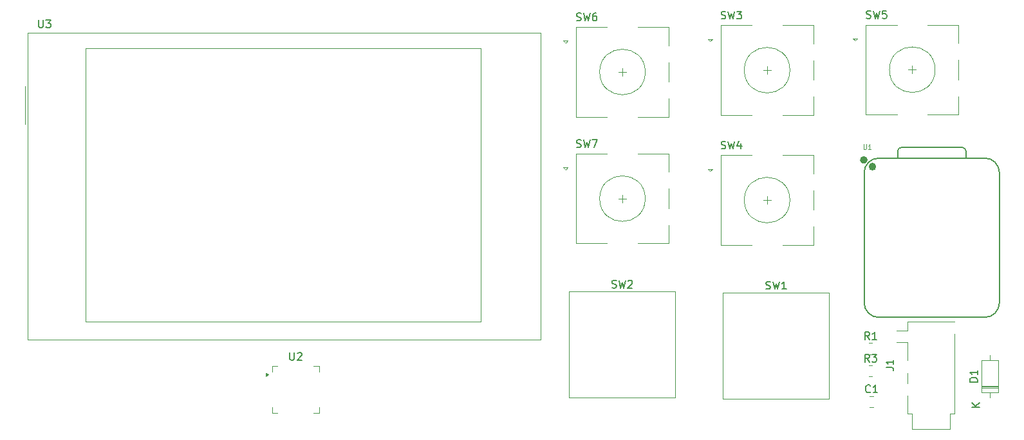
<source format=gbr>
%TF.GenerationSoftware,KiCad,Pcbnew,9.0.6*%
%TF.CreationDate,2026-01-26T19:54:01-03:00*%
%TF.ProjectId,osciloscopio,6f736369-6c6f-4736-936f-70696f2e6b69,rev?*%
%TF.SameCoordinates,Original*%
%TF.FileFunction,Legend,Top*%
%TF.FilePolarity,Positive*%
%FSLAX46Y46*%
G04 Gerber Fmt 4.6, Leading zero omitted, Abs format (unit mm)*
G04 Created by KiCad (PCBNEW 9.0.6) date 2026-01-26 19:54:01*
%MOMM*%
%LPD*%
G01*
G04 APERTURE LIST*
%ADD10C,0.150000*%
%ADD11C,0.101600*%
%ADD12C,0.120000*%
%ADD13C,0.127000*%
%ADD14C,0.100000*%
%ADD15C,0.504000*%
G04 APERTURE END LIST*
D10*
X211736667Y-54879700D02*
X211879524Y-54927319D01*
X211879524Y-54927319D02*
X212117619Y-54927319D01*
X212117619Y-54927319D02*
X212212857Y-54879700D01*
X212212857Y-54879700D02*
X212260476Y-54832080D01*
X212260476Y-54832080D02*
X212308095Y-54736842D01*
X212308095Y-54736842D02*
X212308095Y-54641604D01*
X212308095Y-54641604D02*
X212260476Y-54546366D01*
X212260476Y-54546366D02*
X212212857Y-54498747D01*
X212212857Y-54498747D02*
X212117619Y-54451128D01*
X212117619Y-54451128D02*
X211927143Y-54403509D01*
X211927143Y-54403509D02*
X211831905Y-54355890D01*
X211831905Y-54355890D02*
X211784286Y-54308271D01*
X211784286Y-54308271D02*
X211736667Y-54213033D01*
X211736667Y-54213033D02*
X211736667Y-54117795D01*
X211736667Y-54117795D02*
X211784286Y-54022557D01*
X211784286Y-54022557D02*
X211831905Y-53974938D01*
X211831905Y-53974938D02*
X211927143Y-53927319D01*
X211927143Y-53927319D02*
X212165238Y-53927319D01*
X212165238Y-53927319D02*
X212308095Y-53974938D01*
X212641429Y-53927319D02*
X212879524Y-54927319D01*
X212879524Y-54927319D02*
X213070000Y-54213033D01*
X213070000Y-54213033D02*
X213260476Y-54927319D01*
X213260476Y-54927319D02*
X213498572Y-53927319D01*
X213784286Y-53927319D02*
X214403333Y-53927319D01*
X214403333Y-53927319D02*
X214070000Y-54308271D01*
X214070000Y-54308271D02*
X214212857Y-54308271D01*
X214212857Y-54308271D02*
X214308095Y-54355890D01*
X214308095Y-54355890D02*
X214355714Y-54403509D01*
X214355714Y-54403509D02*
X214403333Y-54498747D01*
X214403333Y-54498747D02*
X214403333Y-54736842D01*
X214403333Y-54736842D02*
X214355714Y-54832080D01*
X214355714Y-54832080D02*
X214308095Y-54879700D01*
X214308095Y-54879700D02*
X214212857Y-54927319D01*
X214212857Y-54927319D02*
X213927143Y-54927319D01*
X213927143Y-54927319D02*
X213831905Y-54879700D01*
X213831905Y-54879700D02*
X213784286Y-54832080D01*
X121953095Y-55074819D02*
X121953095Y-55884342D01*
X121953095Y-55884342D02*
X122000714Y-55979580D01*
X122000714Y-55979580D02*
X122048333Y-56027200D01*
X122048333Y-56027200D02*
X122143571Y-56074819D01*
X122143571Y-56074819D02*
X122334047Y-56074819D01*
X122334047Y-56074819D02*
X122429285Y-56027200D01*
X122429285Y-56027200D02*
X122476904Y-55979580D01*
X122476904Y-55979580D02*
X122524523Y-55884342D01*
X122524523Y-55884342D02*
X122524523Y-55074819D01*
X122905476Y-55074819D02*
X123524523Y-55074819D01*
X123524523Y-55074819D02*
X123191190Y-55455771D01*
X123191190Y-55455771D02*
X123334047Y-55455771D01*
X123334047Y-55455771D02*
X123429285Y-55503390D01*
X123429285Y-55503390D02*
X123476904Y-55551009D01*
X123476904Y-55551009D02*
X123524523Y-55646247D01*
X123524523Y-55646247D02*
X123524523Y-55884342D01*
X123524523Y-55884342D02*
X123476904Y-55979580D01*
X123476904Y-55979580D02*
X123429285Y-56027200D01*
X123429285Y-56027200D02*
X123334047Y-56074819D01*
X123334047Y-56074819D02*
X123048333Y-56074819D01*
X123048333Y-56074819D02*
X122953095Y-56027200D01*
X122953095Y-56027200D02*
X122905476Y-55979580D01*
X154980595Y-98848569D02*
X154980595Y-99658092D01*
X154980595Y-99658092D02*
X155028214Y-99753330D01*
X155028214Y-99753330D02*
X155075833Y-99800950D01*
X155075833Y-99800950D02*
X155171071Y-99848569D01*
X155171071Y-99848569D02*
X155361547Y-99848569D01*
X155361547Y-99848569D02*
X155456785Y-99800950D01*
X155456785Y-99800950D02*
X155504404Y-99753330D01*
X155504404Y-99753330D02*
X155552023Y-99658092D01*
X155552023Y-99658092D02*
X155552023Y-98848569D01*
X155980595Y-98943807D02*
X156028214Y-98896188D01*
X156028214Y-98896188D02*
X156123452Y-98848569D01*
X156123452Y-98848569D02*
X156361547Y-98848569D01*
X156361547Y-98848569D02*
X156456785Y-98896188D01*
X156456785Y-98896188D02*
X156504404Y-98943807D01*
X156504404Y-98943807D02*
X156552023Y-99039045D01*
X156552023Y-99039045D02*
X156552023Y-99134283D01*
X156552023Y-99134283D02*
X156504404Y-99277140D01*
X156504404Y-99277140D02*
X155932976Y-99848569D01*
X155932976Y-99848569D02*
X156552023Y-99848569D01*
D11*
X230446190Y-71443479D02*
X230446190Y-71957526D01*
X230446190Y-71957526D02*
X230476428Y-72018002D01*
X230476428Y-72018002D02*
X230506666Y-72048241D01*
X230506666Y-72048241D02*
X230567142Y-72078479D01*
X230567142Y-72078479D02*
X230688095Y-72078479D01*
X230688095Y-72078479D02*
X230748571Y-72048241D01*
X230748571Y-72048241D02*
X230778809Y-72018002D01*
X230778809Y-72018002D02*
X230809047Y-71957526D01*
X230809047Y-71957526D02*
X230809047Y-71443479D01*
X231444047Y-72078479D02*
X231081190Y-72078479D01*
X231262618Y-72078479D02*
X231262618Y-71443479D01*
X231262618Y-71443479D02*
X231202142Y-71534193D01*
X231202142Y-71534193D02*
X231141666Y-71594669D01*
X231141666Y-71594669D02*
X231081190Y-71624907D01*
D10*
X192705417Y-71788450D02*
X192848274Y-71836069D01*
X192848274Y-71836069D02*
X193086369Y-71836069D01*
X193086369Y-71836069D02*
X193181607Y-71788450D01*
X193181607Y-71788450D02*
X193229226Y-71740830D01*
X193229226Y-71740830D02*
X193276845Y-71645592D01*
X193276845Y-71645592D02*
X193276845Y-71550354D01*
X193276845Y-71550354D02*
X193229226Y-71455116D01*
X193229226Y-71455116D02*
X193181607Y-71407497D01*
X193181607Y-71407497D02*
X193086369Y-71359878D01*
X193086369Y-71359878D02*
X192895893Y-71312259D01*
X192895893Y-71312259D02*
X192800655Y-71264640D01*
X192800655Y-71264640D02*
X192753036Y-71217021D01*
X192753036Y-71217021D02*
X192705417Y-71121783D01*
X192705417Y-71121783D02*
X192705417Y-71026545D01*
X192705417Y-71026545D02*
X192753036Y-70931307D01*
X192753036Y-70931307D02*
X192800655Y-70883688D01*
X192800655Y-70883688D02*
X192895893Y-70836069D01*
X192895893Y-70836069D02*
X193133988Y-70836069D01*
X193133988Y-70836069D02*
X193276845Y-70883688D01*
X193610179Y-70836069D02*
X193848274Y-71836069D01*
X193848274Y-71836069D02*
X194038750Y-71121783D01*
X194038750Y-71121783D02*
X194229226Y-71836069D01*
X194229226Y-71836069D02*
X194467322Y-70836069D01*
X194753036Y-70836069D02*
X195419702Y-70836069D01*
X195419702Y-70836069D02*
X194991131Y-71836069D01*
X192705417Y-55119700D02*
X192848274Y-55167319D01*
X192848274Y-55167319D02*
X193086369Y-55167319D01*
X193086369Y-55167319D02*
X193181607Y-55119700D01*
X193181607Y-55119700D02*
X193229226Y-55072080D01*
X193229226Y-55072080D02*
X193276845Y-54976842D01*
X193276845Y-54976842D02*
X193276845Y-54881604D01*
X193276845Y-54881604D02*
X193229226Y-54786366D01*
X193229226Y-54786366D02*
X193181607Y-54738747D01*
X193181607Y-54738747D02*
X193086369Y-54691128D01*
X193086369Y-54691128D02*
X192895893Y-54643509D01*
X192895893Y-54643509D02*
X192800655Y-54595890D01*
X192800655Y-54595890D02*
X192753036Y-54548271D01*
X192753036Y-54548271D02*
X192705417Y-54453033D01*
X192705417Y-54453033D02*
X192705417Y-54357795D01*
X192705417Y-54357795D02*
X192753036Y-54262557D01*
X192753036Y-54262557D02*
X192800655Y-54214938D01*
X192800655Y-54214938D02*
X192895893Y-54167319D01*
X192895893Y-54167319D02*
X193133988Y-54167319D01*
X193133988Y-54167319D02*
X193276845Y-54214938D01*
X193610179Y-54167319D02*
X193848274Y-55167319D01*
X193848274Y-55167319D02*
X194038750Y-54453033D01*
X194038750Y-54453033D02*
X194229226Y-55167319D01*
X194229226Y-55167319D02*
X194467322Y-54167319D01*
X195276845Y-54167319D02*
X195086369Y-54167319D01*
X195086369Y-54167319D02*
X194991131Y-54214938D01*
X194991131Y-54214938D02*
X194943512Y-54262557D01*
X194943512Y-54262557D02*
X194848274Y-54405414D01*
X194848274Y-54405414D02*
X194800655Y-54595890D01*
X194800655Y-54595890D02*
X194800655Y-54976842D01*
X194800655Y-54976842D02*
X194848274Y-55072080D01*
X194848274Y-55072080D02*
X194895893Y-55119700D01*
X194895893Y-55119700D02*
X194991131Y-55167319D01*
X194991131Y-55167319D02*
X195181607Y-55167319D01*
X195181607Y-55167319D02*
X195276845Y-55119700D01*
X195276845Y-55119700D02*
X195324464Y-55072080D01*
X195324464Y-55072080D02*
X195372083Y-54976842D01*
X195372083Y-54976842D02*
X195372083Y-54738747D01*
X195372083Y-54738747D02*
X195324464Y-54643509D01*
X195324464Y-54643509D02*
X195276845Y-54595890D01*
X195276845Y-54595890D02*
X195181607Y-54548271D01*
X195181607Y-54548271D02*
X194991131Y-54548271D01*
X194991131Y-54548271D02*
X194895893Y-54595890D01*
X194895893Y-54595890D02*
X194848274Y-54643509D01*
X194848274Y-54643509D02*
X194800655Y-54738747D01*
X230826667Y-54817200D02*
X230969524Y-54864819D01*
X230969524Y-54864819D02*
X231207619Y-54864819D01*
X231207619Y-54864819D02*
X231302857Y-54817200D01*
X231302857Y-54817200D02*
X231350476Y-54769580D01*
X231350476Y-54769580D02*
X231398095Y-54674342D01*
X231398095Y-54674342D02*
X231398095Y-54579104D01*
X231398095Y-54579104D02*
X231350476Y-54483866D01*
X231350476Y-54483866D02*
X231302857Y-54436247D01*
X231302857Y-54436247D02*
X231207619Y-54388628D01*
X231207619Y-54388628D02*
X231017143Y-54341009D01*
X231017143Y-54341009D02*
X230921905Y-54293390D01*
X230921905Y-54293390D02*
X230874286Y-54245771D01*
X230874286Y-54245771D02*
X230826667Y-54150533D01*
X230826667Y-54150533D02*
X230826667Y-54055295D01*
X230826667Y-54055295D02*
X230874286Y-53960057D01*
X230874286Y-53960057D02*
X230921905Y-53912438D01*
X230921905Y-53912438D02*
X231017143Y-53864819D01*
X231017143Y-53864819D02*
X231255238Y-53864819D01*
X231255238Y-53864819D02*
X231398095Y-53912438D01*
X231731429Y-53864819D02*
X231969524Y-54864819D01*
X231969524Y-54864819D02*
X232160000Y-54150533D01*
X232160000Y-54150533D02*
X232350476Y-54864819D01*
X232350476Y-54864819D02*
X232588572Y-53864819D01*
X233445714Y-53864819D02*
X232969524Y-53864819D01*
X232969524Y-53864819D02*
X232921905Y-54341009D01*
X232921905Y-54341009D02*
X232969524Y-54293390D01*
X232969524Y-54293390D02*
X233064762Y-54245771D01*
X233064762Y-54245771D02*
X233302857Y-54245771D01*
X233302857Y-54245771D02*
X233398095Y-54293390D01*
X233398095Y-54293390D02*
X233445714Y-54341009D01*
X233445714Y-54341009D02*
X233493333Y-54436247D01*
X233493333Y-54436247D02*
X233493333Y-54674342D01*
X233493333Y-54674342D02*
X233445714Y-54769580D01*
X233445714Y-54769580D02*
X233398095Y-54817200D01*
X233398095Y-54817200D02*
X233302857Y-54864819D01*
X233302857Y-54864819D02*
X233064762Y-54864819D01*
X233064762Y-54864819D02*
X232969524Y-54817200D01*
X232969524Y-54817200D02*
X232921905Y-54769580D01*
X211736667Y-71977200D02*
X211879524Y-72024819D01*
X211879524Y-72024819D02*
X212117619Y-72024819D01*
X212117619Y-72024819D02*
X212212857Y-71977200D01*
X212212857Y-71977200D02*
X212260476Y-71929580D01*
X212260476Y-71929580D02*
X212308095Y-71834342D01*
X212308095Y-71834342D02*
X212308095Y-71739104D01*
X212308095Y-71739104D02*
X212260476Y-71643866D01*
X212260476Y-71643866D02*
X212212857Y-71596247D01*
X212212857Y-71596247D02*
X212117619Y-71548628D01*
X212117619Y-71548628D02*
X211927143Y-71501009D01*
X211927143Y-71501009D02*
X211831905Y-71453390D01*
X211831905Y-71453390D02*
X211784286Y-71405771D01*
X211784286Y-71405771D02*
X211736667Y-71310533D01*
X211736667Y-71310533D02*
X211736667Y-71215295D01*
X211736667Y-71215295D02*
X211784286Y-71120057D01*
X211784286Y-71120057D02*
X211831905Y-71072438D01*
X211831905Y-71072438D02*
X211927143Y-71024819D01*
X211927143Y-71024819D02*
X212165238Y-71024819D01*
X212165238Y-71024819D02*
X212308095Y-71072438D01*
X212641429Y-71024819D02*
X212879524Y-72024819D01*
X212879524Y-72024819D02*
X213070000Y-71310533D01*
X213070000Y-71310533D02*
X213260476Y-72024819D01*
X213260476Y-72024819D02*
X213498572Y-71024819D01*
X214308095Y-71358152D02*
X214308095Y-72024819D01*
X214070000Y-70977200D02*
X213831905Y-71691485D01*
X213831905Y-71691485D02*
X214450952Y-71691485D01*
X197366667Y-90283200D02*
X197509524Y-90330819D01*
X197509524Y-90330819D02*
X197747619Y-90330819D01*
X197747619Y-90330819D02*
X197842857Y-90283200D01*
X197842857Y-90283200D02*
X197890476Y-90235580D01*
X197890476Y-90235580D02*
X197938095Y-90140342D01*
X197938095Y-90140342D02*
X197938095Y-90045104D01*
X197938095Y-90045104D02*
X197890476Y-89949866D01*
X197890476Y-89949866D02*
X197842857Y-89902247D01*
X197842857Y-89902247D02*
X197747619Y-89854628D01*
X197747619Y-89854628D02*
X197557143Y-89807009D01*
X197557143Y-89807009D02*
X197461905Y-89759390D01*
X197461905Y-89759390D02*
X197414286Y-89711771D01*
X197414286Y-89711771D02*
X197366667Y-89616533D01*
X197366667Y-89616533D02*
X197366667Y-89521295D01*
X197366667Y-89521295D02*
X197414286Y-89426057D01*
X197414286Y-89426057D02*
X197461905Y-89378438D01*
X197461905Y-89378438D02*
X197557143Y-89330819D01*
X197557143Y-89330819D02*
X197795238Y-89330819D01*
X197795238Y-89330819D02*
X197938095Y-89378438D01*
X198271429Y-89330819D02*
X198509524Y-90330819D01*
X198509524Y-90330819D02*
X198700000Y-89616533D01*
X198700000Y-89616533D02*
X198890476Y-90330819D01*
X198890476Y-90330819D02*
X199128572Y-89330819D01*
X199461905Y-89426057D02*
X199509524Y-89378438D01*
X199509524Y-89378438D02*
X199604762Y-89330819D01*
X199604762Y-89330819D02*
X199842857Y-89330819D01*
X199842857Y-89330819D02*
X199938095Y-89378438D01*
X199938095Y-89378438D02*
X199985714Y-89426057D01*
X199985714Y-89426057D02*
X200033333Y-89521295D01*
X200033333Y-89521295D02*
X200033333Y-89616533D01*
X200033333Y-89616533D02*
X199985714Y-89759390D01*
X199985714Y-89759390D02*
X199414286Y-90330819D01*
X199414286Y-90330819D02*
X200033333Y-90330819D01*
X217626667Y-90443200D02*
X217769524Y-90490819D01*
X217769524Y-90490819D02*
X218007619Y-90490819D01*
X218007619Y-90490819D02*
X218102857Y-90443200D01*
X218102857Y-90443200D02*
X218150476Y-90395580D01*
X218150476Y-90395580D02*
X218198095Y-90300342D01*
X218198095Y-90300342D02*
X218198095Y-90205104D01*
X218198095Y-90205104D02*
X218150476Y-90109866D01*
X218150476Y-90109866D02*
X218102857Y-90062247D01*
X218102857Y-90062247D02*
X218007619Y-90014628D01*
X218007619Y-90014628D02*
X217817143Y-89967009D01*
X217817143Y-89967009D02*
X217721905Y-89919390D01*
X217721905Y-89919390D02*
X217674286Y-89871771D01*
X217674286Y-89871771D02*
X217626667Y-89776533D01*
X217626667Y-89776533D02*
X217626667Y-89681295D01*
X217626667Y-89681295D02*
X217674286Y-89586057D01*
X217674286Y-89586057D02*
X217721905Y-89538438D01*
X217721905Y-89538438D02*
X217817143Y-89490819D01*
X217817143Y-89490819D02*
X218055238Y-89490819D01*
X218055238Y-89490819D02*
X218198095Y-89538438D01*
X218531429Y-89490819D02*
X218769524Y-90490819D01*
X218769524Y-90490819D02*
X218960000Y-89776533D01*
X218960000Y-89776533D02*
X219150476Y-90490819D01*
X219150476Y-90490819D02*
X219388572Y-89490819D01*
X220293333Y-90490819D02*
X219721905Y-90490819D01*
X220007619Y-90490819D02*
X220007619Y-89490819D01*
X220007619Y-89490819D02*
X219912381Y-89633676D01*
X219912381Y-89633676D02*
X219817143Y-89728914D01*
X219817143Y-89728914D02*
X219721905Y-89776533D01*
X231220833Y-100074819D02*
X230887500Y-99598628D01*
X230649405Y-100074819D02*
X230649405Y-99074819D01*
X230649405Y-99074819D02*
X231030357Y-99074819D01*
X231030357Y-99074819D02*
X231125595Y-99122438D01*
X231125595Y-99122438D02*
X231173214Y-99170057D01*
X231173214Y-99170057D02*
X231220833Y-99265295D01*
X231220833Y-99265295D02*
X231220833Y-99408152D01*
X231220833Y-99408152D02*
X231173214Y-99503390D01*
X231173214Y-99503390D02*
X231125595Y-99551009D01*
X231125595Y-99551009D02*
X231030357Y-99598628D01*
X231030357Y-99598628D02*
X230649405Y-99598628D01*
X231554167Y-99074819D02*
X232173214Y-99074819D01*
X232173214Y-99074819D02*
X231839881Y-99455771D01*
X231839881Y-99455771D02*
X231982738Y-99455771D01*
X231982738Y-99455771D02*
X232077976Y-99503390D01*
X232077976Y-99503390D02*
X232125595Y-99551009D01*
X232125595Y-99551009D02*
X232173214Y-99646247D01*
X232173214Y-99646247D02*
X232173214Y-99884342D01*
X232173214Y-99884342D02*
X232125595Y-99979580D01*
X232125595Y-99979580D02*
X232077976Y-100027200D01*
X232077976Y-100027200D02*
X231982738Y-100074819D01*
X231982738Y-100074819D02*
X231697024Y-100074819D01*
X231697024Y-100074819D02*
X231601786Y-100027200D01*
X231601786Y-100027200D02*
X231554167Y-99979580D01*
X231220833Y-97124819D02*
X230887500Y-96648628D01*
X230649405Y-97124819D02*
X230649405Y-96124819D01*
X230649405Y-96124819D02*
X231030357Y-96124819D01*
X231030357Y-96124819D02*
X231125595Y-96172438D01*
X231125595Y-96172438D02*
X231173214Y-96220057D01*
X231173214Y-96220057D02*
X231220833Y-96315295D01*
X231220833Y-96315295D02*
X231220833Y-96458152D01*
X231220833Y-96458152D02*
X231173214Y-96553390D01*
X231173214Y-96553390D02*
X231125595Y-96601009D01*
X231125595Y-96601009D02*
X231030357Y-96648628D01*
X231030357Y-96648628D02*
X230649405Y-96648628D01*
X232173214Y-97124819D02*
X231601786Y-97124819D01*
X231887500Y-97124819D02*
X231887500Y-96124819D01*
X231887500Y-96124819D02*
X231792262Y-96267676D01*
X231792262Y-96267676D02*
X231697024Y-96362914D01*
X231697024Y-96362914D02*
X231601786Y-96410533D01*
X233404819Y-100818333D02*
X234119104Y-100818333D01*
X234119104Y-100818333D02*
X234261961Y-100865952D01*
X234261961Y-100865952D02*
X234357200Y-100961190D01*
X234357200Y-100961190D02*
X234404819Y-101104047D01*
X234404819Y-101104047D02*
X234404819Y-101199285D01*
X234404819Y-99818333D02*
X234404819Y-100389761D01*
X234404819Y-100104047D02*
X233404819Y-100104047D01*
X233404819Y-100104047D02*
X233547676Y-100199285D01*
X233547676Y-100199285D02*
X233642914Y-100294523D01*
X233642914Y-100294523D02*
X233690533Y-100389761D01*
X245424819Y-102688094D02*
X244424819Y-102688094D01*
X244424819Y-102688094D02*
X244424819Y-102449999D01*
X244424819Y-102449999D02*
X244472438Y-102307142D01*
X244472438Y-102307142D02*
X244567676Y-102211904D01*
X244567676Y-102211904D02*
X244662914Y-102164285D01*
X244662914Y-102164285D02*
X244853390Y-102116666D01*
X244853390Y-102116666D02*
X244996247Y-102116666D01*
X244996247Y-102116666D02*
X245186723Y-102164285D01*
X245186723Y-102164285D02*
X245281961Y-102211904D01*
X245281961Y-102211904D02*
X245377200Y-102307142D01*
X245377200Y-102307142D02*
X245424819Y-102449999D01*
X245424819Y-102449999D02*
X245424819Y-102688094D01*
X245424819Y-101164285D02*
X245424819Y-101735713D01*
X245424819Y-101449999D02*
X244424819Y-101449999D01*
X244424819Y-101449999D02*
X244567676Y-101545237D01*
X244567676Y-101545237D02*
X244662914Y-101640475D01*
X244662914Y-101640475D02*
X244710533Y-101735713D01*
X245744819Y-106021904D02*
X244744819Y-106021904D01*
X245744819Y-105450476D02*
X245173390Y-105879047D01*
X244744819Y-105450476D02*
X245316247Y-106021904D01*
X231337083Y-104009580D02*
X231289464Y-104057200D01*
X231289464Y-104057200D02*
X231146607Y-104104819D01*
X231146607Y-104104819D02*
X231051369Y-104104819D01*
X231051369Y-104104819D02*
X230908512Y-104057200D01*
X230908512Y-104057200D02*
X230813274Y-103961961D01*
X230813274Y-103961961D02*
X230765655Y-103866723D01*
X230765655Y-103866723D02*
X230718036Y-103676247D01*
X230718036Y-103676247D02*
X230718036Y-103533390D01*
X230718036Y-103533390D02*
X230765655Y-103342914D01*
X230765655Y-103342914D02*
X230813274Y-103247676D01*
X230813274Y-103247676D02*
X230908512Y-103152438D01*
X230908512Y-103152438D02*
X231051369Y-103104819D01*
X231051369Y-103104819D02*
X231146607Y-103104819D01*
X231146607Y-103104819D02*
X231289464Y-103152438D01*
X231289464Y-103152438D02*
X231337083Y-103200057D01*
X232289464Y-104104819D02*
X231718036Y-104104819D01*
X232003750Y-104104819D02*
X232003750Y-103104819D01*
X232003750Y-103104819D02*
X231908512Y-103247676D01*
X231908512Y-103247676D02*
X231813274Y-103342914D01*
X231813274Y-103342914D02*
X231718036Y-103390533D01*
D12*
%TO.C,SW3*%
X220770000Y-61672500D02*
G75*
G02*
X214770000Y-61672500I-3000000J0D01*
G01*
X214770000Y-61672500D02*
G75*
G02*
X220770000Y-61672500I3000000J0D01*
G01*
X223870000Y-67572500D02*
X219770000Y-67572500D01*
X223870000Y-65172500D02*
X223870000Y-67572500D01*
X223870000Y-60372500D02*
X223870000Y-62972500D01*
X223870000Y-55772500D02*
X223870000Y-58172500D01*
X219770000Y-55772500D02*
X223870000Y-55772500D01*
X217770000Y-61172500D02*
X217770000Y-62172500D01*
X217270000Y-61672500D02*
X218270000Y-61672500D01*
X215770000Y-67572500D02*
X211670000Y-67572500D01*
X215770000Y-55772500D02*
X211670000Y-55772500D01*
X211670000Y-55772500D02*
X211670000Y-67572500D01*
X210570000Y-57572500D02*
X210270000Y-57872500D01*
X210270000Y-57872500D02*
X209970000Y-57572500D01*
X209970000Y-57572500D02*
X210570000Y-57572500D01*
%TO.C,U3*%
X120125000Y-63800000D02*
X120125000Y-68800000D01*
X120505000Y-56790000D02*
X187945000Y-56790000D01*
X120505000Y-97130000D02*
X120505000Y-56790000D01*
X128125000Y-58800000D02*
X180125000Y-58800000D01*
X128125000Y-94800000D02*
X128125000Y-58800000D01*
X180125000Y-58800000D02*
X180125000Y-94800000D01*
X180125000Y-94800000D02*
X128125000Y-94800000D01*
X187945000Y-56790000D02*
X187945000Y-97130000D01*
X187945000Y-97130000D02*
X120505000Y-97130000D01*
%TO.C,U2*%
X152632500Y-100583750D02*
X153382500Y-100583750D01*
X152632500Y-101333750D02*
X152632500Y-100583750D01*
X152632500Y-106803750D02*
X152632500Y-106053750D01*
X153382500Y-106803750D02*
X152632500Y-106803750D01*
X158102500Y-100583750D02*
X158852500Y-100583750D01*
X158852500Y-100583750D02*
X158852500Y-101333750D01*
X158852500Y-106053750D02*
X158852500Y-106803750D01*
X158852500Y-106803750D02*
X158102500Y-106803750D01*
X152132500Y-101743750D02*
X151802500Y-101983750D01*
X151802500Y-101503750D01*
X152132500Y-101743750D01*
G36*
X152132500Y-101743750D02*
G01*
X151802500Y-101983750D01*
X151802500Y-101503750D01*
X152132500Y-101743750D01*
G37*
D13*
%TO.C,U1*%
X230540000Y-92299000D02*
X230540000Y-75154000D01*
X232445000Y-94204000D02*
X246415000Y-94204000D01*
X234935000Y-73249000D02*
X234938728Y-72338728D01*
X235438728Y-71839000D02*
X243434000Y-71839000D01*
X243934000Y-72339000D02*
X243934000Y-73249000D01*
D14*
X246415000Y-73249000D02*
X232445000Y-73249000D01*
D13*
X246415000Y-73249000D02*
X232445000Y-73249000D01*
X248320000Y-92299000D02*
X248320000Y-75154000D01*
X230540000Y-75154000D02*
G75*
G02*
X232445000Y-73249000I1905001J-1D01*
G01*
X232445000Y-94204000D02*
G75*
G02*
X230540000Y-92299000I1J1905001D01*
G01*
X234938728Y-72338728D02*
G75*
G02*
X235438728Y-71839001I500018J-291D01*
G01*
X243434000Y-71839000D02*
G75*
G02*
X243934000Y-72339000I0J-500000D01*
G01*
X246415000Y-73249000D02*
G75*
G02*
X248320000Y-75154000I0J-1905000D01*
G01*
X248320000Y-92299000D02*
G75*
G02*
X246415000Y-94204000I-1905000J0D01*
G01*
D15*
X230732000Y-73490000D02*
G75*
G02*
X230228000Y-73490000I-252000J0D01*
G01*
X230228000Y-73490000D02*
G75*
G02*
X230732000Y-73490000I252000J0D01*
G01*
X231875000Y-74370000D02*
G75*
G02*
X231371000Y-74370000I-252000J0D01*
G01*
X231371000Y-74370000D02*
G75*
G02*
X231875000Y-74370000I252000J0D01*
G01*
D12*
%TO.C,SW7*%
X190938750Y-74481250D02*
X191538750Y-74481250D01*
X191238750Y-74781250D02*
X190938750Y-74481250D01*
X191538750Y-74481250D02*
X191238750Y-74781250D01*
X192638750Y-72681250D02*
X192638750Y-84481250D01*
X196738750Y-72681250D02*
X192638750Y-72681250D01*
X196738750Y-84481250D02*
X192638750Y-84481250D01*
X198238750Y-78581250D02*
X199238750Y-78581250D01*
X198738750Y-78081250D02*
X198738750Y-79081250D01*
X200738750Y-72681250D02*
X204838750Y-72681250D01*
X204838750Y-72681250D02*
X204838750Y-75081250D01*
X204838750Y-77281250D02*
X204838750Y-79881250D01*
X204838750Y-82081250D02*
X204838750Y-84481250D01*
X204838750Y-84481250D02*
X200738750Y-84481250D01*
X201738750Y-78581250D02*
G75*
G02*
X195738750Y-78581250I-3000000J0D01*
G01*
X195738750Y-78581250D02*
G75*
G02*
X201738750Y-78581250I3000000J0D01*
G01*
%TO.C,SW6*%
X190938750Y-57812500D02*
X191538750Y-57812500D01*
X191238750Y-58112500D02*
X190938750Y-57812500D01*
X191538750Y-57812500D02*
X191238750Y-58112500D01*
X192638750Y-56012500D02*
X192638750Y-67812500D01*
X196738750Y-56012500D02*
X192638750Y-56012500D01*
X196738750Y-67812500D02*
X192638750Y-67812500D01*
X198238750Y-61912500D02*
X199238750Y-61912500D01*
X198738750Y-61412500D02*
X198738750Y-62412500D01*
X200738750Y-56012500D02*
X204838750Y-56012500D01*
X204838750Y-56012500D02*
X204838750Y-58412500D01*
X204838750Y-60612500D02*
X204838750Y-63212500D01*
X204838750Y-65412500D02*
X204838750Y-67812500D01*
X204838750Y-67812500D02*
X200738750Y-67812500D01*
X201738750Y-61912500D02*
G75*
G02*
X195738750Y-61912500I-3000000J0D01*
G01*
X195738750Y-61912500D02*
G75*
G02*
X201738750Y-61912500I3000000J0D01*
G01*
%TO.C,SW5*%
X229060000Y-57510000D02*
X229660000Y-57510000D01*
X229360000Y-57810000D02*
X229060000Y-57510000D01*
X229660000Y-57510000D02*
X229360000Y-57810000D01*
X230760000Y-55710000D02*
X230760000Y-67510000D01*
X234860000Y-55710000D02*
X230760000Y-55710000D01*
X234860000Y-67510000D02*
X230760000Y-67510000D01*
X236360000Y-61610000D02*
X237360000Y-61610000D01*
X236860000Y-61110000D02*
X236860000Y-62110000D01*
X238860000Y-55710000D02*
X242960000Y-55710000D01*
X242960000Y-55710000D02*
X242960000Y-58110000D01*
X242960000Y-60310000D02*
X242960000Y-62910000D01*
X242960000Y-65110000D02*
X242960000Y-67510000D01*
X242960000Y-67510000D02*
X238860000Y-67510000D01*
X239860000Y-61610000D02*
G75*
G02*
X233860000Y-61610000I-3000000J0D01*
G01*
X233860000Y-61610000D02*
G75*
G02*
X239860000Y-61610000I3000000J0D01*
G01*
%TO.C,SW4*%
X209970000Y-74670000D02*
X210570000Y-74670000D01*
X210270000Y-74970000D02*
X209970000Y-74670000D01*
X210570000Y-74670000D02*
X210270000Y-74970000D01*
X211670000Y-72870000D02*
X211670000Y-84670000D01*
X215770000Y-72870000D02*
X211670000Y-72870000D01*
X215770000Y-84670000D02*
X211670000Y-84670000D01*
X217270000Y-78770000D02*
X218270000Y-78770000D01*
X217770000Y-78270000D02*
X217770000Y-79270000D01*
X219770000Y-72870000D02*
X223870000Y-72870000D01*
X223870000Y-72870000D02*
X223870000Y-75270000D01*
X223870000Y-77470000D02*
X223870000Y-80070000D01*
X223870000Y-82270000D02*
X223870000Y-84670000D01*
X223870000Y-84670000D02*
X219770000Y-84670000D01*
X220770000Y-78770000D02*
G75*
G02*
X214770000Y-78770000I-3000000J0D01*
G01*
X214770000Y-78770000D02*
G75*
G02*
X220770000Y-78770000I3000000J0D01*
G01*
%TO.C,SW2*%
X191715000Y-90765000D02*
X205685000Y-90765000D01*
X191715000Y-104735000D02*
X191715000Y-90765000D01*
X205685000Y-90765000D02*
X205685000Y-104735000D01*
X205685000Y-104735000D02*
X191715000Y-104735000D01*
%TO.C,SW1*%
X211975000Y-90925000D02*
X225945000Y-90925000D01*
X211975000Y-104895000D02*
X211975000Y-90925000D01*
X225945000Y-90925000D02*
X225945000Y-104895000D01*
X225945000Y-104895000D02*
X211975000Y-104895000D01*
%TO.C,R3*%
X231160436Y-100535000D02*
X231614564Y-100535000D01*
X231160436Y-102005000D02*
X231614564Y-102005000D01*
%TO.C,R1*%
X231160436Y-97585000D02*
X231614564Y-97585000D01*
X231160436Y-99055000D02*
X231614564Y-99055000D01*
%TO.C,J1*%
X236800000Y-108910000D02*
X241800000Y-108910000D01*
X236200000Y-106910000D02*
X236800000Y-106910000D01*
X236200000Y-106910000D02*
X236200000Y-104535000D01*
X236800000Y-106910000D02*
X236800000Y-108910000D01*
X241800000Y-106910000D02*
X241800000Y-108910000D01*
X241800000Y-106910000D02*
X242400000Y-106910000D01*
X236200000Y-102885000D02*
X236200000Y-101535000D01*
X236200000Y-99885000D02*
X236200000Y-97485000D01*
X236200000Y-97485000D02*
X234800000Y-97485000D01*
X242400000Y-96385000D02*
X242400000Y-106910000D01*
X236200000Y-95935000D02*
X234800000Y-95935000D01*
X236200000Y-95935000D02*
X236200000Y-94810000D01*
X242400000Y-94810000D02*
X236200000Y-94810000D01*
%TO.C,D1*%
X247090000Y-104720000D02*
X247090000Y-104070000D01*
X245970000Y-103470000D02*
X248210000Y-103470000D01*
X245970000Y-103350000D02*
X248210000Y-103350000D01*
X245970000Y-103230000D02*
X248210000Y-103230000D01*
X247090000Y-99180000D02*
X247090000Y-99830000D01*
X245970000Y-104070000D02*
X248210000Y-104070000D01*
X248210000Y-99830000D01*
X245970000Y-99830000D01*
X245970000Y-104070000D01*
%TO.C,C1*%
X231242498Y-104595000D02*
X231765002Y-104595000D01*
X231242498Y-106065000D02*
X231765002Y-106065000D01*
%TD*%
M02*

</source>
